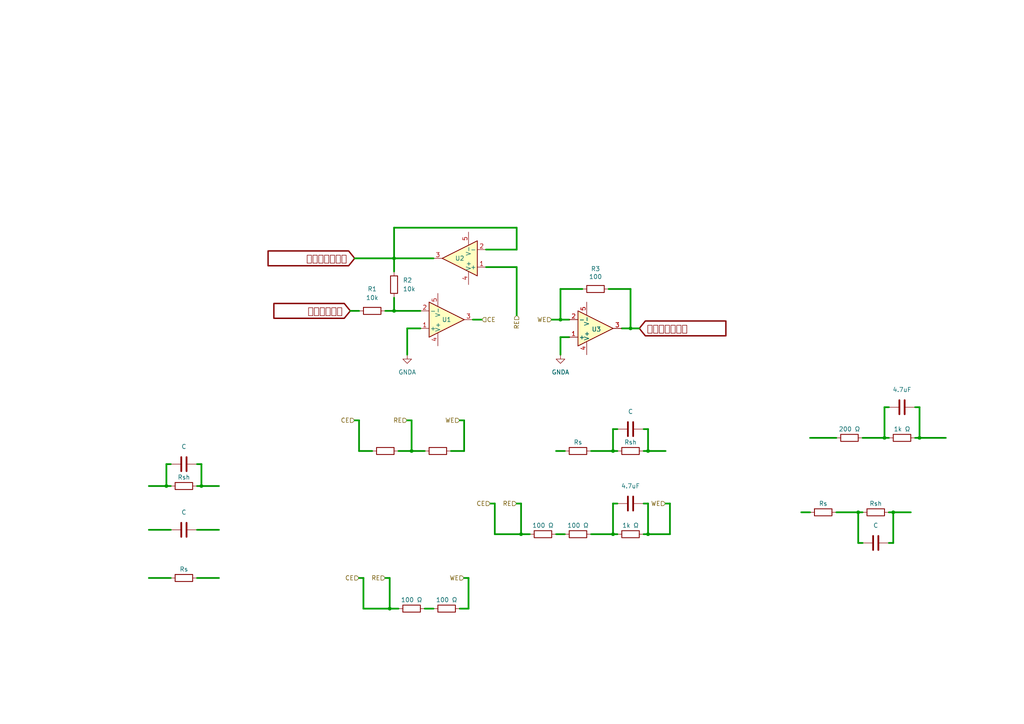
<source format=kicad_sch>
(kicad_sch (version 20250114) (generator "eeschema") (generator_version "9.0")
  (paper "A4")
  (lib_symbols
    (symbol "Device:C" (pin_numbers (hide yes)) (pin_names (offset 0.254))
      (property "Reference" "C" (at 0.635 2.54 0))
      (property "Value" "C" (at 0.635 -2.54 0))
      (symbol "C_0_1"
        (polyline (pts (xy -2.032 0.762) (xy 2.032 0.762)) (stroke (width 0.508)))
        (polyline (pts (xy -2.032 -0.762) (xy 2.032 -0.762)) (stroke (width 0.508)))
      )
      (symbol "C_1_1"
        (pin passive line (at 0 3.81 270) (length 2.794) (name "~") (number "1"))
        (pin passive line (at 0 -3.81 90) (length 2.794) (name "~") (number "2"))
      )
    )
    (symbol "Device:R" (pin_numbers (hide yes)) (pin_names (offset 0))
      (property "Reference" "R" (at 2.032 0 90))
      (property "Value" "R" (at 0 0 90))
      (symbol "R_0_1"
        (rectangle (start -1.016 -2.54) (end 1.016 2.54) (stroke (width 0.254)))
      )
      (symbol "R_1_1"
        (pin passive line (at 0 3.81 270) (length 1.27) (name "~") (number "1"))
        (pin passive line (at 0 -3.81 90) (length 1.27) (name "~") (number "2"))
      )
    )
    (symbol "GND_1" (power) (pin_numbers (hide yes)) (pin_names (offset 0) (hide yes))
      (property "Value" "GND" (at 0 -3.81 0))
      (symbol "GND_1_0_1"
        (polyline (pts (xy 0 0) (xy 0 -1.27) (xy 1.27 -1.27) (xy 0 -2.54) (xy -1.27 -1.27) (xy 0 -1.27)))
      )
      (symbol "GND_1_1_1"
        (pin power_in line (at 0 0 270) (length 0) (name "~") (number "1"))
      )
    )
    (symbol "Simulation_SPICE:OPAMP" (pin_names (offset 0.254))
      (property "Reference" "U" (at 3.81 3.175 0))
      (property "Value" "${SIM.PARAMS}" (at 3.81 -3.175 0))
      (symbol "OPAMP_0_1"
        (polyline (pts (xy 5.08 0) (xy -5.08 5.08) (xy -5.08 -5.08) (xy 5.08 0)) (stroke (width 0.254)) (fill (type background)))
      )
      (symbol "OPAMP_1_1"
        (pin input line (at -7.62 2.54 0) (length 2.54) (name "+") (number "1"))
        (pin input line (at -7.62 -2.54 0) (length 2.54) (name "-") (number "2"))
        (pin power_in line (at -2.54 7.62 270) (length 3.81) (name "V+") (number "4"))
        (pin power_in line (at -2.54 -7.62 90) (length 3.81) (name "V-") (number "5"))
        (pin output line (at 7.62 0 180) (length 2.54) (name "~") (number "3"))
      )
    )
    (symbol "power:GNDA" (power) (pin_numbers (hide yes)) (pin_names (offset 0) (hide yes))
      (property "Value" "GNDA" (at 0 -3.81 0))
      (symbol "GNDA_0_1"
        (polyline (pts (xy 0 0) (xy 0 -1.27) (xy 1.27 -1.27) (xy 0 -2.54) (xy -1.27 -1.27) (xy 0 -1.27)))
      )
      (symbol "GNDA_1_1"
        (pin power_in line (at 0 0 270) (length 0) (name "~") (number "1"))
      )
    )
  )
  (junction (at 105.41 -48.26))
  (junction (at 187.96 130.81))
  (junction (at 259.08 148.59))
  (junction (at 151.13 154.94))
  (junction (at 105.41 -63.5))
  (junction (at 58.42 140.97))
  (junction (at 114.3 90.17))
  (junction (at 177.8 154.94))
  (junction (at 48.26 140.97))
  (junction (at 199.39 -43.18))
  (junction (at 114.3 74.93))
  (junction (at 179.07 -45.72))
  (junction (at 187.96 154.94))
  (junction (at 248.92 148.59))
  (junction (at 177.8 130.81))
  (junction (at 182.88 95.25))
  (junction (at 266.7 127))
  (junction (at 256.54 127))
  (junction (at 113.03 176.53))
  (junction (at 162.56 92.71))
  (junction (at 119.38 130.81))
  (wire (pts (xy 143.51 146.05) (xy 143.51 154.94)) (stroke (width 0.5)))
  (wire (pts (xy 162.56 92.71) (xy 165.1 92.71)) (stroke (width 0.5)))
  (wire (pts (xy 140.97 -66.04) (xy 140.97 -72.39)) (stroke (width 0.5)))
  (wire (pts (xy 187.96 124.46) (xy 187.96 130.81)) (stroke (width 0.5)))
  (wire (pts (xy 162.56 97.79) (xy 165.1 97.79)) (stroke (width 0.5)))
  (wire (pts (xy 234.95 127) (xy 242.57 127)) (stroke (width 0.5)))
  (wire (pts (xy 250.19 127) (xy 256.54 127)) (stroke (width 0.5)))
  (wire (pts (xy 179.07 -35.56) (xy 179.07 -40.64)) (stroke (width 0.5)))
  (wire (pts (xy 161.29 154.94) (xy 163.83 154.94)) (stroke (width 0.5)))
  (wire (pts (xy 102.87 -48.26) (xy 105.41 -48.26)) (stroke (width 0.5)))
  (wire (pts (xy 179.07 -45.72) (xy 176.53 -45.72)) (stroke (width 0.5)))
  (wire (pts (xy 118.11 121.92) (xy 119.38 121.92)) (stroke (width 0.5)))
  (wire (pts (xy 193.04 -54.61) (xy 199.39 -54.61)) (stroke (width 0.5)))
  (wire (pts (xy 143.51 154.94) (xy 151.13 154.94)) (stroke (width 0.5)))
  (wire (pts (xy 232.41 148.59) (xy 234.95 148.59)) (stroke (width 0.5)))
  (wire (pts (xy 266.7 127) (xy 265.43 127)) (stroke (width 0.5)))
  (wire (pts (xy 119.38 121.92) (xy 119.38 130.81)) (stroke (width 0.5)))
  (wire (pts (xy 259.08 148.59) (xy 264.16 148.59)) (stroke (width 0.5)))
  (wire (pts (xy 140.97 -72.39) (xy 105.41 -72.39)) (stroke (width 0.5)))
  (wire (pts (xy 121.92 95.25) (xy 118.11 95.25)) (stroke (width 0.5)))
  (wire (pts (xy 182.88 95.25) (xy 185.42 95.25)) (stroke (width 0.5)))
  (wire (pts (xy 151.13 146.05) (xy 151.13 154.94)) (stroke (width 0.5)))
  (wire (pts (xy 104.14 167.64) (xy 105.41 167.64)) (stroke (width 0.5)))
  (wire (pts (xy 179.07 -54.61) (xy 179.07 -45.72)) (stroke (width 0.5)))
  (wire (pts (xy 140.97 72.39) (xy 149.86 72.39)) (stroke (width 0.5)))
  (wire (pts (xy 257.81 157.48) (xy 259.08 157.48)) (stroke (width 0.5)))
  (wire (pts (xy 162.56 83.82) (xy 162.56 92.71)) (stroke (width 0.5)))
  (wire (pts (xy 266.7 118.11) (xy 266.7 127)) (stroke (width 0.5)))
  (wire (pts (xy 171.45 130.81) (xy 177.8 130.81)) (stroke (width 0.5)))
  (wire (pts (xy 58.42 140.97) (xy 63.5 140.97)) (stroke (width 0.5)))
  (wire (pts (xy 57.15 134.62) (xy 58.42 134.62)) (stroke (width 0.5)))
  (wire (pts (xy 133.35 121.92) (xy 134.62 121.92)) (stroke (width 0.5)))
  (wire (pts (xy 109.22 -43.18) (xy 109.22 -35.56)) (stroke (width 0.5)))
  (wire (pts (xy 134.62 130.81) (xy 130.81 130.81)) (stroke (width 0.5)))
  (wire (pts (xy 118.11 95.25) (xy 118.11 102.87)) (stroke (width 0.5)))
  (wire (pts (xy 259.08 148.59) (xy 257.81 148.59)) (stroke (width 0.5)))
  (wire (pts (xy 105.41 -63.5) (xy 105.41 -59.69)) (stroke (width 0.5)))
  (wire (pts (xy 48.26 134.62) (xy 48.26 140.97)) (stroke (width 0.5)))
  (wire (pts (xy 113.03 -48.26) (xy 105.41 -48.26)) (stroke (width 0.5)))
  (wire (pts (xy 256.54 118.11) (xy 256.54 127)) (stroke (width 0.5)))
  (wire (pts (xy 121.92 90.17) (xy 114.3 90.17)) (stroke (width 0.5)))
  (wire (pts (xy 104.14 121.92) (xy 104.14 130.81)) (stroke (width 0.5)))
  (wire (pts (xy 161.29 130.81) (xy 163.83 130.81)) (stroke (width 0.5)))
  (wire (pts (xy 111.76 167.64) (xy 113.03 167.64)) (stroke (width 0.5)))
  (wire (pts (xy 162.56 102.87) (xy 162.56 97.79)) (stroke (width 0.5)))
  (wire (pts (xy 185.42 -54.61) (xy 179.07 -54.61)) (stroke (width 0.5)))
  (wire (pts (xy 128.27 -45.72) (xy 130.81 -45.72)) (stroke (width 0.5)))
  (wire (pts (xy 151.13 154.94) (xy 153.67 154.94)) (stroke (width 0.5)))
  (wire (pts (xy 43.18 167.64) (xy 49.53 167.64)) (stroke (width 0.5)))
  (wire (pts (xy 256.54 127) (xy 257.81 127)) (stroke (width 0.5)))
  (wire (pts (xy 149.86 72.39) (xy 149.86 66.04)) (stroke (width 0.5)))
  (wire (pts (xy 266.7 127) (xy 274.32 127)) (stroke (width 0.5)))
  (wire (pts (xy 104.14 130.81) (xy 107.95 130.81)) (stroke (width 0.5)))
  (wire (pts (xy 135.89 167.64) (xy 135.89 176.53)) (stroke (width 0.5)))
  (wire (pts (xy 114.3 66.04) (xy 114.3 74.93)) (stroke (width 0.5)))
  (wire (pts (xy 196.85 -43.18) (xy 199.39 -43.18)) (stroke (width 0.5)))
  (wire (pts (xy 134.62 121.92) (xy 134.62 130.81)) (stroke (width 0.5)))
  (wire (pts (xy 265.43 118.11) (xy 266.7 118.11)) (stroke (width 0.5)))
  (wire (pts (xy 92.71 -48.26) (xy 95.25 -48.26)) (stroke (width 0.5)))
  (wire (pts (xy 187.96 130.81) (xy 186.69 130.81)) (stroke (width 0.5)))
  (wire (pts (xy 179.07 146.05) (xy 177.8 146.05)) (stroke (width 0.5)))
  (wire (pts (xy 187.96 154.94) (xy 186.69 154.94)) (stroke (width 0.5)))
  (wire (pts (xy 93.98 -63.5) (xy 105.41 -63.5)) (stroke (width 0.5)))
  (wire (pts (xy 186.69 124.46) (xy 187.96 124.46)) (stroke (width 0.5)))
  (wire (pts (xy 135.89 176.53) (xy 133.35 176.53)) (stroke (width 0.5)))
  (wire (pts (xy 49.53 134.62) (xy 48.26 134.62)) (stroke (width 0.5)))
  (wire (pts (xy 177.8 130.81) (xy 179.07 130.81)) (stroke (width 0.5)))
  (wire (pts (xy 113.03 176.53) (xy 115.57 176.53)) (stroke (width 0.5)))
  (wire (pts (xy 257.81 118.11) (xy 256.54 118.11)) (stroke (width 0.5)))
  (wire (pts (xy 153.67 -60.96) (xy 153.67 -46.99)) (stroke (width 0.5)))
  (wire (pts (xy 180.34 95.25) (xy 182.88 95.25)) (stroke (width 0.5)))
  (wire (pts (xy 125.73 176.53) (xy 123.19 176.53)) (stroke (width 0.5)))
  (wire (pts (xy 43.18 140.97) (xy 48.26 140.97)) (stroke (width 0.5)))
  (wire (pts (xy 142.24 146.05) (xy 143.51 146.05)) (stroke (width 0.5)))
  (wire (pts (xy 105.41 176.53) (xy 113.03 176.53)) (stroke (width 0.5)))
  (wire (pts (xy 137.16 92.71) (xy 139.7 92.71)) (stroke (width 0.5)))
  (wire (pts (xy 194.31 146.05) (xy 194.31 154.94)) (stroke (width 0.5)))
  (wire (pts (xy 57.15 167.64) (xy 63.5 167.64)) (stroke (width 0.5)))
  (wire (pts (xy 111.76 90.17) (xy 114.3 90.17)) (stroke (width 0.5)))
  (wire (pts (xy 182.88 83.82) (xy 182.88 95.25)) (stroke (width 0.5)))
  (wire (pts (xy 179.07 -45.72) (xy 181.61 -45.72)) (stroke (width 0.5)))
  (wire (pts (xy 250.19 157.48) (xy 248.92 157.48)) (stroke (width 0.5)))
  (wire (pts (xy 199.39 -43.18) (xy 201.93 -43.18)) (stroke (width 0.5)))
  (wire (pts (xy 179.07 124.46) (xy 177.8 124.46)) (stroke (width 0.5)))
  (wire (pts (xy 102.87 74.93) (xy 114.3 74.93)) (stroke (width 0.5)))
  (wire (pts (xy 187.96 130.81) (xy 193.04 130.81)) (stroke (width 0.5)))
  (wire (pts (xy 177.8 154.94) (xy 179.07 154.94)) (stroke (width 0.5)))
  (wire (pts (xy 193.04 146.05) (xy 194.31 146.05)) (stroke (width 0.5)))
  (wire (pts (xy 177.8 124.46) (xy 177.8 130.81)) (stroke (width 0.5)))
  (wire (pts (xy 101.6 90.17) (xy 104.14 90.17)) (stroke (width 0.5)))
  (wire (pts (xy 259.08 157.48) (xy 259.08 148.59)) (stroke (width 0.5)))
  (wire (pts (xy 140.97 77.47) (xy 149.86 77.47)) (stroke (width 0.5)))
  (wire (pts (xy 48.26 140.97) (xy 49.53 140.97)) (stroke (width 0.5)))
  (wire (pts (xy 176.53 83.82) (xy 182.88 83.82)) (stroke (width 0.5)))
  (wire (pts (xy 242.57 148.59) (xy 248.92 148.59)) (stroke (width 0.5)))
  (wire (pts (xy 58.42 140.97) (xy 57.15 140.97)) (stroke (width 0.5)))
  (wire (pts (xy 132.08 -66.04) (xy 140.97 -66.04)) (stroke (width 0.5)))
  (wire (pts (xy 248.92 157.48) (xy 248.92 148.59)) (stroke (width 0.5)))
  (wire (pts (xy 114.3 90.17) (xy 114.3 86.36)) (stroke (width 0.5)))
  (wire (pts (xy 113.03 167.64) (xy 113.03 176.53)) (stroke (width 0.5)))
  (wire (pts (xy 149.86 77.47) (xy 149.86 91.44)) (stroke (width 0.5)))
  (wire (pts (xy 248.92 148.59) (xy 250.19 148.59)) (stroke (width 0.5)))
  (wire (pts (xy 179.07 -40.64) (xy 181.61 -40.64)) (stroke (width 0.5)))
  (wire (pts (xy 115.57 130.81) (xy 119.38 130.81)) (stroke (width 0.5)))
  (wire (pts (xy 199.39 -54.61) (xy 199.39 -43.18)) (stroke (width 0.5)))
  (wire (pts (xy 102.87 121.92) (xy 104.14 121.92)) (stroke (width 0.5)))
  (wire (pts (xy 132.08 -60.96) (xy 153.67 -60.96)) (stroke (width 0.5)))
  (wire (pts (xy 177.8 146.05) (xy 177.8 154.94)) (stroke (width 0.5)))
  (wire (pts (xy 149.86 146.05) (xy 151.13 146.05)) (stroke (width 0.5)))
  (wire (pts (xy 187.96 154.94) (xy 194.31 154.94)) (stroke (width 0.5)))
  (wire (pts (xy 171.45 154.94) (xy 177.8 154.94)) (stroke (width 0.5)))
  (wire (pts (xy 168.91 83.82) (xy 162.56 83.82)) (stroke (width 0.5)))
  (wire (pts (xy 162.56 92.71) (xy 160.02 92.71)) (stroke (width 0.5)))
  (wire (pts (xy 186.69 146.05) (xy 187.96 146.05)) (stroke (width 0.5)))
  (wire (pts (xy 105.41 167.64) (xy 105.41 176.53)) (stroke (width 0.5)))
  (wire (pts (xy 149.86 66.04) (xy 114.3 66.04)) (stroke (width 0.5)))
  (wire (pts (xy 105.41 -48.26) (xy 105.41 -52.07)) (stroke (width 0.5)))
  (wire (pts (xy 113.03 -43.18) (xy 109.22 -43.18)) (stroke (width 0.5)))
  (wire (pts (xy 58.42 134.62) (xy 58.42 140.97)) (stroke (width 0.5)))
  (wire (pts (xy 105.41 -63.5) (xy 116.84 -63.5)) (stroke (width 0.5)))
  (wire (pts (xy 114.3 74.93) (xy 125.73 74.93)) (stroke (width 0.5)))
  (wire (pts (xy 119.38 130.81) (xy 123.19 130.81)) (stroke (width 0.5)))
  (wire (pts (xy 57.15 153.67) (xy 63.5 153.67)) (stroke (width 0.5)))
  (wire (pts (xy 114.3 74.93) (xy 114.3 78.74)) (stroke (width 0.5)))
  (wire (pts (xy 134.62 167.64) (xy 135.89 167.64)) (stroke (width 0.5)))
  (wire (pts (xy 187.96 146.05) (xy 187.96 154.94)) (stroke (width 0.5)))
  (wire (pts (xy 105.41 -72.39) (xy 105.41 -63.5)) (stroke (width 0.5)))
  (wire (pts (xy 43.18 153.67) (xy 49.53 153.67)) (stroke (width 0.5)))
  (global_label "電圧計測用端子" (shape input) (at 102.87 74.93 180) (effects (font (size 2 2) (bold yes))) (property "Intersheetrefs" "${INTERSHEET_REFS}" (effects (hide yes))))
  (global_label "電流計測用端子" (shape input) (at 185.42 95.25 0) (effects (font (size 2 2) (bold yes))) (property "Intersheetrefs" "${INTERSHEET_REFS}" (effects (hide yes))))
  (global_label "電圧設定端子" (shape input) (at 101.6 90.17 180) (effects (font (size 2 2) (bold yes))) (property "Intersheetrefs" "${INTERSHEET_REFS}" (effects (hide yes))))
  (global_label "電圧設定端子" (shape input) (at 92.71 -48.26 180) (effects (font (size 2 2) (bold yes))) (property "Intersheetrefs" "${INTERSHEET_REFS}" (effects (hide yes))))
  (global_label "電流計測用端子" (shape input) (at 201.93 -43.18 0) (effects (font (size 2 2) (bold yes))) (property "Intersheetrefs" "${INTERSHEET_REFS}" (effects (hide yes))))
  (global_label "電圧計測用端子" (shape input) (at 93.98 -63.5 180) (effects (font (size 2 2) (bold yes))) (property "Intersheetrefs" "${INTERSHEET_REFS}" (effects (hide yes))))
  (hierarchical_label "RE" (shape input) (at 111.76 167.64 180))
  (hierarchical_label "WE" (shape input) (at 193.04 146.05 180))
  (hierarchical_label "CE" (shape input) (at 104.14 167.64 180))
  (hierarchical_label "WE" (shape input) (at 134.62 167.64 180))
  (hierarchical_label "RE" (shape input) (at 149.86 146.05 180))
  (hierarchical_label "WE" (shape input) (at 133.35 121.92 180))
  (hierarchical_label "RE" (shape input) (at 149.86 91.44 270))
  (hierarchical_label "RE" (shape input) (at 153.67 -46.99 270))
  (hierarchical_label "WE" (shape input) (at 176.53 -45.72 180))
  (hierarchical_label "RE" (shape input) (at 118.11 121.92 180))
  (hierarchical_label "WE" (shape input) (at 160.02 92.71 180))
  (hierarchical_label "CE" (shape input) (at 142.24 146.05 180))
  (hierarchical_label "CE" (shape input) (at 102.87 121.92 180))
  (hierarchical_label "CE" (shape input) (at 139.7 92.71 0))
  (hierarchical_label "CE" (shape input) (at 130.81 -45.72 0))
  (symbol (lib_id "Device:R") (at 246.38 127 90) (unit 1)
    (property "Reference" "R23" (effects (hide yes)))
    (property "Value" "200 Ω" (at 246.38 124.46 90))
    (property "Description" "Resistor" (effects (hide yes)))
  )
  (symbol (lib_id "power:GNDA") (at 109.22 -35.56 0) (unit 1)
    (property "Reference" "#PWR08" (effects (hide yes)))
    (property "Value" "GNDA" (at 109.22 -30.48 0))
    (property "Description" "Power symbol creates a global label with name \"GNDA\" , analog ground" (effects (hide yes)))
  )
  (symbol (lib_id "Device:R") (at 182.88 130.81 90) (unit 1)
    (property "Reference" "R13" (effects (hide yes)))
    (property "Value" "Rsh" (at 182.88 128.27 90))
    (property "Description" "Resistor" (effects (hide yes)))
  )
  (symbol (lib_id "Device:R") (at 157.48 154.94 90) (unit 1)
    (property "Reference" "R16" (effects (hide yes)))
    (property "Value" "100 Ω" (at 157.48 152.4 90))
    (property "Description" "Resistor" (effects (hide yes)))
  )
  (symbol (lib_id "Device:R") (at 119.38 176.53 90) (unit 1)
    (property "Reference" "R10" (effects (hide yes)))
    (property "Value" "100 Ω" (at 119.38 173.99 90))
    (property "Description" "Resistor" (effects (hide yes)))
  )
  (symbol (lib_id "Device:C") (at 182.88 146.05 90) (unit 1)
    (property "Reference" "C8" (effects (hide yes)))
    (property "Value" "4.7uF" (at 182.88 140.97 90))
    (property "Description" "Unpolarized capacitor" (effects (hide yes)))
  )
  (symbol (lib_id "Device:C") (at 261.62 118.11 90) (unit 1)
    (property "Reference" "C10" (effects (hide yes)))
    (property "Value" "4.7uF" (at 261.62 113.03 90))
    (property "Description" "Unpolarized capacitor" (effects (hide yes)))
  )
  (symbol (lib_id "Device:R") (at 99.06 -48.26 90) (unit 1)
    (property "Reference" "R17" (at 99.06 -54.61 90))
    (property "Value" "10k" (at 99.06 -52.07 90))
    (property "Sim.Device" "R" (effects (hide yes)))
    (property "Sim.Type" "=" (effects (hide yes)))
    (property "Sim.Params" "r=10k" (effects (hide yes)))
    (property "Sim.Pins" "1=+ 2=-" (effects (hide yes)))
  )
  (symbol (lib_id "Simulation_SPICE:OPAMP") (at 129.54 92.71 0) (mirror x) (unit 1)
    (property "Reference" "U1" (at 129.54 92.71 0))
    (property "Value" "${SIM.PARAMS}" (at 139.7 99.06 0))
    (property "Sim.Pins" "1=+IN 2=-IN 3=OUT 4=VCC 5=VEE" (effects (hide yes)))
    (property "Sim.Device" "SUBCKT" (effects (hide yes)))
    (property "Sim.Library" "LM4565_Rev002.lib" (effects (hide yes)))
    (property "Sim.Name" "lm4565_sub" (effects (hide yes)))
  )
  (symbol (lib_id "Device:R") (at 53.34 140.97 90) (unit 1)
    (property "Reference" "R26" (effects (hide yes)))
    (property "Value" "Rsh" (at 53.34 138.43 90))
    (property "Description" "Resistor" (effects (hide yes)))
  )
  (symbol (lib_id "Device:R") (at 238.76 148.59 90) (unit 1)
    (property "Reference" "R20" (effects (hide yes)))
    (property "Value" "Rs" (at 238.76 146.05 90))
    (property "Description" "Resistor" (effects (hide yes)))
  )
  (symbol (lib_name "GND_1") (lib_id "power:GND") (at 162.56 102.87 0) (unit 1)
    (property "Reference" "#PWR02" (effects (hide yes)))
    (property "Value" "GNDA" (at 162.56 107.95 0))
    (property "Description" "Power symbol creates a global label with name \"GND\" , ground" (effects (hide yes)))
  )
  (symbol (lib_id "Device:R") (at 172.72 83.82 90) (unit 1)
    (property "Reference" "R3" (at 172.72 77.978 90))
    (property "Value" "100" (at 172.72 80.264 90))
    (property "Description" "Resistor" (effects (hide yes)))
    (property "Sim.Device" "R" (effects (hide yes)))
    (property "Sim.Type" "=" (effects (hide yes)))
    (property "Sim.Params" "r=100" (effects (hide yes)))
    (property "Sim.Pins" "1=+ 2=-" (effects (hide yes)))
  )
  (symbol (lib_id "Device:C") (at 53.34 153.67 90) (unit 1)
    (property "Reference" "C11" (effects (hide yes)))
    (property "Value" "C" (at 53.34 148.59 90))
    (property "Description" "Unpolarized capacitor" (effects (hide yes)))
  )
  (symbol (lib_id "Device:R") (at 111.76 130.81 90) (unit 1)
    (property "Reference" "R8" (effects (hide yes)))
    (property "Value" "100" (effects (hide yes)))
    (property "Description" "Resistor" (effects (hide yes)))
    (property "Sim.Device" "R" (effects (hide yes)))
    (property "Sim.Type" "=" (effects (hide yes)))
    (property "Sim.Params" "r=100" (effects (hide yes)))
    (property "Sim.Pins" "1=+ 2=-" (effects (hide yes)))
  )
  (symbol (lib_id "Device:R") (at 167.64 130.81 90) (unit 1)
    (property "Reference" "R12" (effects (hide yes)))
    (property "Value" "Rs" (at 167.64 128.27 90))
    (property "Description" "Resistor" (effects (hide yes)))
  )
  (symbol (lib_id "Simulation_SPICE:OPAMP") (at 124.46 -63.5 180) (unit 1)
    (property "Reference" "U9" (at 124.46 -63.5 0))
    (property "Value" "${SIM.PARAMS}" (at 114.3 -57.15 0))
    (property "Sim.Pins" "1=+IN 2=-IN 3=OUT 4=VCC 5=VEE" (effects (hide yes)))
    (property "Sim.Device" "SUBCKT" (effects (hide yes)))
    (property "Sim.Library" "LM4565_Rev002.lib" (effects (hide yes)))
    (property "Sim.Name" "lm4565_sub" (effects (hide yes)))
  )
  (symbol (lib_id "Device:R") (at 261.62 127 90) (unit 1)
    (property "Reference" "R24" (effects (hide yes)))
    (property "Value" "1k Ω" (at 261.62 124.46 90))
    (property "Description" "Resistor" (effects (hide yes)))
  )
  (symbol (lib_id "Device:R") (at 182.88 154.94 90) (unit 1)
    (property "Reference" "R15" (effects (hide yes)))
    (property "Value" "1k Ω" (at 182.88 152.4 90))
    (property "Description" "Resistor" (effects (hide yes)))
  )
  (symbol (lib_id "Device:C") (at 182.88 124.46 90) (unit 1)
    (property "Reference" "C7" (effects (hide yes)))
    (property "Value" "C" (at 182.88 119.38 90))
    (property "Description" "Unpolarized capacitor" (effects (hide yes)))
  )
  (symbol (lib_id "Device:R") (at 107.95 90.17 90) (unit 1)
    (property "Reference" "R1" (at 107.95 83.82 90))
    (property "Value" "10k" (at 107.95 86.36 90))
    (property "Sim.Device" "R" (effects (hide yes)))
    (property "Sim.Type" "=" (effects (hide yes)))
    (property "Sim.Params" "r=10k" (effects (hide yes)))
    (property "Sim.Pins" "1=+ 2=-" (effects (hide yes)))
  )
  (symbol (lib_name "GND_1") (lib_id "power:GND") (at 179.07 -35.56 0) (unit 1)
    (property "Reference" "#PWR09" (effects (hide yes)))
    (property "Value" "GNDA" (at 179.07 -30.48 0))
    (property "Description" "Power symbol creates a global label with name \"GND\" , ground" (effects (hide yes)))
  )
  (symbol (lib_id "Device:R") (at 189.23 -54.61 90) (unit 1)
    (property "Reference" "R19" (at 189.23 -60.452 90))
    (property "Value" "100" (at 189.23 -58.166 90))
    (property "Description" "Resistor" (effects (hide yes)))
    (property "Sim.Device" "R" (effects (hide yes)))
    (property "Sim.Type" "=" (effects (hide yes)))
    (property "Sim.Params" "r=100" (effects (hide yes)))
    (property "Sim.Pins" "1=+ 2=-" (effects (hide yes)))
  )
  (symbol (lib_id "Device:C") (at 254 157.48 90) (unit 1)
    (property "Reference" "C9" (effects (hide yes)))
    (property "Value" "C" (at 254 152.4 90))
    (property "Description" "Unpolarized capacitor" (effects (hide yes)))
  )
  (symbol (lib_id "Device:R") (at 53.34 167.64 90) (unit 1)
    (property "Reference" "R22" (effects (hide yes)))
    (property "Value" "Rs" (at 53.34 165.1 90))
    (property "Description" "Resistor" (effects (hide yes)))
  )
  (symbol (lib_id "Device:C") (at 53.34 134.62 90) (unit 1)
    (property "Reference" "C12" (effects (hide yes)))
    (property "Value" "C" (at 53.34 129.54 90))
    (property "Description" "Unpolarized capacitor" (effects (hide yes)))
  )
  (symbol (lib_id "Simulation_SPICE:OPAMP") (at 189.23 -43.18 0) (mirror x) (unit 1)
    (property "Reference" "U10" (at 189.484 -42.926 0))
    (property "Value" "${SIM.PARAMS}" (at 199.39 -36.83 0))
    (property "Sim.Pins" "1=+IN 2=-IN 3=OUT 4=VCC 5=VEE" (effects (hide yes)))
    (property "Sim.Device" "SUBCKT" (effects (hide yes)))
    (property "Sim.Library" "LM4565_Rev002.lib" (effects (hide yes)))
    (property "Sim.Name" "lm4565_sub" (effects (hide yes)))
  )
  (symbol (lib_id "Simulation_SPICE:OPAMP") (at 120.65 -45.72 0) (mirror x) (unit 1)
    (property "Reference" "U8" (at 120.65 -45.72 0))
    (property "Value" "${SIM.PARAMS}" (at 130.81 -39.37 0))
    (property "Sim.Pins" "1=+IN 2=-IN 3=OUT 4=VCC 5=VEE" (effects (hide yes)))
    (property "Sim.Device" "SUBCKT" (effects (hide yes)))
    (property "Sim.Library" "LM4565_Rev002.lib" (effects (hide yes)))
    (property "Sim.Name" "lm4565_sub" (effects (hide yes)))
  )
  (symbol (lib_id "Device:R") (at 127 130.81 90) (unit 1)
    (property "Reference" "R9" (effects (hide yes)))
    (property "Value" "100" (effects (hide yes)))
    (property "Description" "Resistor" (effects (hide yes)))
    (property "Sim.Device" "R" (effects (hide yes)))
    (property "Sim.Type" "=" (effects (hide yes)))
    (property "Sim.Params" "r=100" (effects (hide yes)))
    (property "Sim.Pins" "1=+ 2=-" (effects (hide yes)))
  )
  (symbol (lib_id "Device:R") (at 167.64 154.94 90) (unit 1)
    (property "Reference" "R14" (effects (hide yes)))
    (property "Value" "100 Ω" (at 167.64 152.4 90))
    (property "Description" "Resistor" (effects (hide yes)))
  )
  (symbol (lib_id "Device:R") (at 105.41 -55.88 0) (unit 1)
    (property "Reference" "R18" (at 107.95 -57.15 0) (effects (justify left)))
    (property "Value" "10k" (at 107.95 -54.61 0) (effects (justify left)))
    (property "Sim.Device" "R" (effects (hide yes)))
    (property "Sim.Type" "=" (effects (hide yes)))
    (property "Sim.Params" "r=10k" (effects (hide yes)))
    (property "Sim.Pins" "1=+ 2=-" (effects (hide yes)))
  )
  (symbol (lib_id "power:GNDA") (at 118.11 102.87 0) (unit 1)
    (property "Reference" "#PWR01" (effects (hide yes)))
    (property "Value" "GNDA" (at 118.11 107.95 0))
    (property "Description" "Power symbol creates a global label with name \"GNDA\" , analog ground" (effects (hide yes)))
  )
  (symbol (lib_id "Device:R") (at 129.54 176.53 90) (unit 1)
    (property "Reference" "R11" (effects (hide yes)))
    (property "Value" "100 Ω" (at 129.54 173.99 90))
    (property "Description" "Resistor" (effects (hide yes)))
  )
  (symbol (lib_id "Device:R") (at 254 148.59 90) (unit 1)
    (property "Reference" "R21" (effects (hide yes)))
    (property "Value" "Rsh" (at 254 146.05 90))
    (property "Description" "Resistor" (effects (hide yes)))
  )
  (symbol (lib_id "Simulation_SPICE:OPAMP") (at 133.35 74.93 180) (unit 1)
    (property "Reference" "U2" (at 133.35 74.93 0))
    (property "Value" "${SIM.PARAMS}" (at 123.19 81.28 0))
    (property "Sim.Pins" "1=+IN 2=-IN 3=OUT 4=VCC 5=VEE" (effects (hide yes)))
    (property "Sim.Device" "SUBCKT" (effects (hide yes)))
    (property "Sim.Library" "LM4565_Rev002.lib" (effects (hide yes)))
    (property "Sim.Name" "lm4565_sub" (effects (hide yes)))
  )
  (symbol (lib_id "Simulation_SPICE:OPAMP") (at 172.72 95.25 0) (mirror x) (unit 1)
    (property "Reference" "U3" (at 172.974 95.504 0))
    (property "Value" "${SIM.PARAMS}" (at 182.88 101.6 0))
    (property "Sim.Pins" "1=+IN 2=-IN 3=OUT 4=VCC 5=VEE" (effects (hide yes)))
    (property "Sim.Device" "SUBCKT" (effects (hide yes)))
    (property "Sim.Library" "LM4565_Rev002.lib" (effects (hide yes)))
    (property "Sim.Name" "lm4565_sub" (effects (hide yes)))
  )
  (symbol (lib_id "Device:R") (at 114.3 82.55 0) (unit 1)
    (property "Reference" "R2" (at 116.84 81.28 0) (effects (justify left)))
    (property "Value" "10k" (at 116.84 83.82 0) (effects (justify left)))
    (property "Sim.Device" "R" (effects (hide yes)))
    (property "Sim.Type" "=" (effects (hide yes)))
    (property "Sim.Params" "r=10k" (effects (hide yes)))
    (property "Sim.Pins" "1=+ 2=-" (effects (hide yes)))
  )
)
</source>
